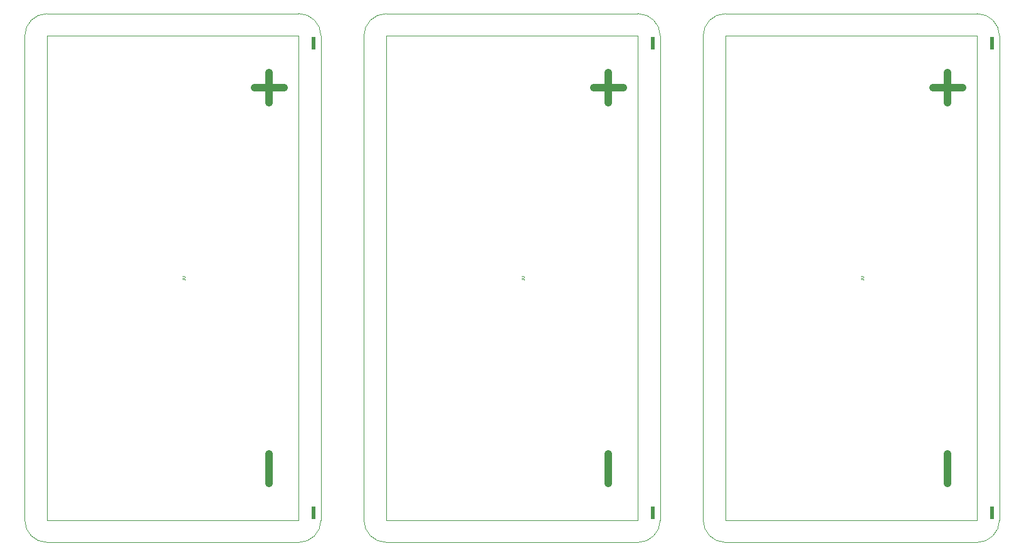
<source format=gbo>
G04*
G04 #@! TF.GenerationSoftware,Altium Limited,Altium NEXUS,2.0.14 (187)*
G04*
G04 Layer_Color=32896*
%FSLAX44Y44*%
%MOMM*%
G71*
G01*
G75*
%ADD60C,0.0635*%
%ADD65C,0.1000*%
%ADD121C,1.0000*%
%ADD122R,0.5000X1.7000*%
D60*
X1199733Y430032D02*
X1202907D01*
X1203542Y429397D01*
Y428128D01*
X1202907Y427493D01*
X1199733D01*
X1203542Y426223D02*
Y424954D01*
Y425588D01*
X1199733D01*
X1200368Y426223D01*
X741733Y430032D02*
X744907D01*
X745542Y429397D01*
Y428128D01*
X744907Y427493D01*
X741733D01*
X745542Y426223D02*
Y424954D01*
Y425588D01*
X741733D01*
X742368Y426223D01*
X283733Y430032D02*
X286907D01*
X287542Y429397D01*
Y428128D01*
X286907Y427493D01*
X283733D01*
X287542Y426223D02*
Y424954D01*
Y425588D01*
X283733D01*
X284368Y426223D01*
D65*
X1357000Y70000D02*
G03*
X1387000Y100000I0J30000D01*
G01*
X987000D02*
G03*
X1017000Y70000I30000J0D01*
G01*
Y785000D02*
G03*
X987000Y755000I0J-30000D01*
G01*
X1387000Y755000D02*
G03*
X1357000Y785000I-30000J0D01*
G01*
X1387000Y100000D02*
Y755000D01*
X1357000Y70000D02*
X1017000D01*
X987000Y100000D02*
Y755000D01*
X1357000Y785000D02*
X1017000D01*
X1357000Y755000D02*
X1017000D01*
Y100000D02*
Y755000D01*
X1357000Y100000D02*
X1017000D01*
X1357000D02*
Y755000D01*
X899000Y70000D02*
G03*
X929000Y100000I0J30000D01*
G01*
X529000D02*
G03*
X559000Y70000I30000J0D01*
G01*
Y785000D02*
G03*
X529000Y755000I0J-30000D01*
G01*
X929000Y755000D02*
G03*
X899000Y785000I-30000J0D01*
G01*
X929000Y100000D02*
Y755000D01*
X899000Y70000D02*
X559000D01*
X529000Y100000D02*
Y755000D01*
X899000Y785000D02*
X559000D01*
X899000Y755000D02*
X559000D01*
Y100000D02*
Y755000D01*
X899000Y100000D02*
X559000D01*
X899000D02*
Y755000D01*
X441000Y70000D02*
G03*
X471000Y100000I0J30000D01*
G01*
X71000D02*
G03*
X101000Y70000I30000J0D01*
G01*
Y785000D02*
G03*
X71000Y755000I0J-30000D01*
G01*
X471000Y755000D02*
G03*
X441000Y785000I-30000J0D01*
G01*
X471000Y100000D02*
Y755000D01*
X441000Y70000D02*
X101000D01*
X71000Y100000D02*
Y755000D01*
X441000Y785000D02*
X101000D01*
X441000Y755000D02*
X101000D01*
Y100000D02*
Y755000D01*
X441000Y100000D02*
X101000D01*
X441000D02*
Y755000D01*
D121*
X1337000Y685000D02*
X1297000D01*
X1317000Y665000D02*
Y705000D01*
Y150000D02*
Y190000D01*
X879000Y685000D02*
X839000D01*
X859000Y665000D02*
Y705000D01*
Y150000D02*
Y190000D01*
X421000Y685000D02*
X381000D01*
X401000Y665000D02*
Y705000D01*
Y150000D02*
Y190000D01*
D122*
X1376999Y745000D02*
D03*
Y110000D02*
D03*
X918999Y745000D02*
D03*
Y110000D02*
D03*
X460999Y745000D02*
D03*
Y110000D02*
D03*
M02*

</source>
